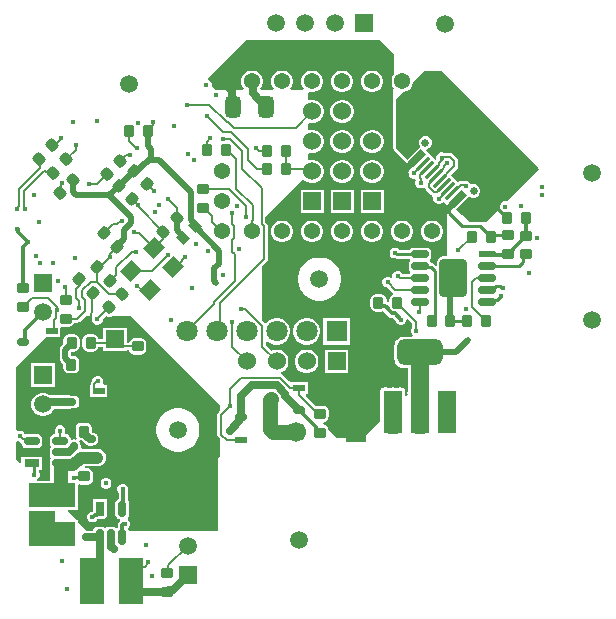
<source format=gbr>
%TF.GenerationSoftware,Altium Limited,Altium Designer,23.4.1 (23)*%
G04 Layer_Physical_Order=4*
G04 Layer_Color=16711680*
%FSLAX26Y26*%
%MOIN*%
%TF.SameCoordinates,1F395C4B-4EE4-4E32-9856-E664E5071CD5*%
%TF.FilePolarity,Positive*%
%TF.FileFunction,Copper,L4,Bot,Signal*%
%TF.Part,CustomerPanel*%
G01*
G75*
%TA.AperFunction,SMDPad,CuDef*%
G04:AMPARAMS|DCode=11|XSize=39.37mil|YSize=35.433mil|CornerRadius=8.858mil|HoleSize=0mil|Usage=FLASHONLY|Rotation=0.000|XOffset=0mil|YOffset=0mil|HoleType=Round|Shape=RoundedRectangle|*
%AMROUNDEDRECTD11*
21,1,0.039370,0.017717,0,0,0.0*
21,1,0.021654,0.035433,0,0,0.0*
1,1,0.017716,0.010827,-0.008858*
1,1,0.017716,-0.010827,-0.008858*
1,1,0.017716,-0.010827,0.008858*
1,1,0.017716,0.010827,0.008858*
%
%ADD11ROUNDEDRECTD11*%
G04:AMPARAMS|DCode=13|XSize=39.37mil|YSize=35.433mil|CornerRadius=8.858mil|HoleSize=0mil|Usage=FLASHONLY|Rotation=315.000|XOffset=0mil|YOffset=0mil|HoleType=Round|Shape=RoundedRectangle|*
%AMROUNDEDRECTD13*
21,1,0.039370,0.017717,0,0,315.0*
21,1,0.021654,0.035433,0,0,315.0*
1,1,0.017716,0.001392,-0.013920*
1,1,0.017716,-0.013920,0.001392*
1,1,0.017716,-0.001392,0.013920*
1,1,0.017716,0.013920,-0.001392*
%
%ADD13ROUNDEDRECTD13*%
G04:AMPARAMS|DCode=14|XSize=39.37mil|YSize=35.433mil|CornerRadius=8.858mil|HoleSize=0mil|Usage=FLASHONLY|Rotation=90.000|XOffset=0mil|YOffset=0mil|HoleType=Round|Shape=RoundedRectangle|*
%AMROUNDEDRECTD14*
21,1,0.039370,0.017717,0,0,90.0*
21,1,0.021654,0.035433,0,0,90.0*
1,1,0.017716,0.008858,0.010827*
1,1,0.017716,0.008858,-0.010827*
1,1,0.017716,-0.008858,-0.010827*
1,1,0.017716,-0.008858,0.010827*
%
%ADD14ROUNDEDRECTD14*%
%ADD15R,0.039370X0.023622*%
G04:AMPARAMS|DCode=16|XSize=23.622mil|YSize=39.37mil|CornerRadius=5.906mil|HoleSize=0mil|Usage=FLASHONLY|Rotation=90.000|XOffset=0mil|YOffset=0mil|HoleType=Round|Shape=RoundedRectangle|*
%AMROUNDEDRECTD16*
21,1,0.023622,0.027559,0,0,90.0*
21,1,0.011811,0.039370,0,0,90.0*
1,1,0.011811,0.013780,0.005906*
1,1,0.011811,0.013780,-0.005906*
1,1,0.011811,-0.013780,-0.005906*
1,1,0.011811,-0.013780,0.005906*
%
%ADD16ROUNDEDRECTD16*%
G04:AMPARAMS|DCode=21|XSize=70.866mil|YSize=51.181mil|CornerRadius=12.795mil|HoleSize=0mil|Usage=FLASHONLY|Rotation=270.000|XOffset=0mil|YOffset=0mil|HoleType=Round|Shape=RoundedRectangle|*
%AMROUNDEDRECTD21*
21,1,0.070866,0.025591,0,0,270.0*
21,1,0.045276,0.051181,0,0,270.0*
1,1,0.025590,-0.012795,-0.022638*
1,1,0.025590,-0.012795,0.022638*
1,1,0.025590,0.012795,0.022638*
1,1,0.025590,0.012795,-0.022638*
%
%ADD21ROUNDEDRECTD21*%
%TA.AperFunction,FiducialPad,Global*%
%ADD26C,0.059055*%
%TA.AperFunction,Conductor*%
%ADD29C,0.008000*%
%ADD30C,0.012000*%
%ADD32C,0.010000*%
%ADD33C,0.050000*%
%ADD34C,0.025000*%
%ADD35C,0.040000*%
%ADD36C,0.020000*%
%TA.AperFunction,ComponentPad*%
%ADD37R,0.059370X0.059370*%
%ADD38C,0.059370*%
%ADD39C,0.054000*%
%ADD40R,0.059370X0.059370*%
%ADD41R,0.070866X0.070866*%
%ADD42C,0.070866*%
%ADD43R,0.059000X0.059000*%
%ADD44C,0.060000*%
%ADD45R,0.066929X0.066929*%
%ADD46C,0.066929*%
%TA.AperFunction,ViaPad*%
%ADD47C,0.059055*%
%TA.AperFunction,ComponentPad*%
%ADD48R,0.059000X0.059000*%
G04:AMPARAMS|DCode=49|XSize=39.37mil|YSize=62.992mil|CornerRadius=0mil|HoleSize=0mil|Usage=FLASHONLY|Rotation=315.000|XOffset=0mil|YOffset=0mil|HoleType=Round|Shape=Round|*
%AMOVALD49*
21,1,0.023622,0.039370,0.000000,0.000000,45.0*
1,1,0.039370,-0.008352,-0.008352*
1,1,0.039370,0.008352,0.008352*
%
%ADD49OVALD49*%

%ADD50C,0.026575*%
G04:AMPARAMS|DCode=51|XSize=39.37mil|YSize=82.677mil|CornerRadius=0mil|HoleSize=0mil|Usage=FLASHONLY|Rotation=315.000|XOffset=0mil|YOffset=0mil|HoleType=Round|Shape=Round|*
%AMOVALD51*
21,1,0.043307,0.039370,0.000000,0.000000,45.0*
1,1,0.039370,-0.015311,-0.015311*
1,1,0.039370,0.015311,0.015311*
%
%ADD51OVALD51*%

%TA.AperFunction,ViaPad*%
%ADD52C,0.017716*%
%ADD53C,0.019685*%
%TA.AperFunction,SMDPad,CuDef*%
G04:AMPARAMS|DCode=55|XSize=151.575mil|YSize=84.646mil|CornerRadius=21.161mil|HoleSize=0mil|Usage=FLASHONLY|Rotation=0.000|XOffset=0mil|YOffset=0mil|HoleType=Round|Shape=RoundedRectangle|*
%AMROUNDEDRECTD55*
21,1,0.151575,0.042323,0,0,0.0*
21,1,0.109252,0.084646,0,0,0.0*
1,1,0.042323,0.054626,-0.021162*
1,1,0.042323,-0.054626,-0.021162*
1,1,0.042323,-0.054626,0.021162*
1,1,0.042323,0.054626,0.021162*
%
%ADD55ROUNDEDRECTD55*%
G04:AMPARAMS|DCode=56|XSize=62.992mil|YSize=84.646mil|CornerRadius=15.748mil|HoleSize=0mil|Usage=FLASHONLY|Rotation=0.000|XOffset=0mil|YOffset=0mil|HoleType=Round|Shape=RoundedRectangle|*
%AMROUNDEDRECTD56*
21,1,0.062992,0.053150,0,0,0.0*
21,1,0.031496,0.084646,0,0,0.0*
1,1,0.031496,0.015748,-0.026575*
1,1,0.031496,-0.015748,-0.026575*
1,1,0.031496,-0.015748,0.026575*
1,1,0.031496,0.015748,0.026575*
%
%ADD56ROUNDEDRECTD56*%
%ADD57R,0.062992X0.084646*%
G04:AMPARAMS|DCode=58|XSize=39.37mil|YSize=35.433mil|CornerRadius=8.858mil|HoleSize=0mil|Usage=FLASHONLY|Rotation=45.000|XOffset=0mil|YOffset=0mil|HoleType=Round|Shape=RoundedRectangle|*
%AMROUNDEDRECTD58*
21,1,0.039370,0.017717,0,0,45.0*
21,1,0.021654,0.035433,0,0,45.0*
1,1,0.017716,0.013920,0.001392*
1,1,0.017716,-0.001392,-0.013920*
1,1,0.017716,-0.013920,-0.001392*
1,1,0.017716,0.001392,0.013920*
%
%ADD58ROUNDEDRECTD58*%
%ADD59R,0.157480X0.078740*%
G04:AMPARAMS|DCode=60|XSize=27.559mil|YSize=51.181mil|CornerRadius=6.89mil|HoleSize=0mil|Usage=FLASHONLY|Rotation=270.000|XOffset=0mil|YOffset=0mil|HoleType=Round|Shape=RoundedRectangle|*
%AMROUNDEDRECTD60*
21,1,0.027559,0.037401,0,0,270.0*
21,1,0.013780,0.051181,0,0,270.0*
1,1,0.013780,-0.018701,-0.006890*
1,1,0.013780,-0.018701,0.006890*
1,1,0.013780,0.018701,0.006890*
1,1,0.013780,0.018701,-0.006890*
%
%ADD60ROUNDEDRECTD60*%
%ADD61R,0.051181X0.027559*%
%ADD62R,0.078740X0.157480*%
G04:AMPARAMS|DCode=63|XSize=27.559mil|YSize=51.181mil|CornerRadius=6.89mil|HoleSize=0mil|Usage=FLASHONLY|Rotation=180.000|XOffset=0mil|YOffset=0mil|HoleType=Round|Shape=RoundedRectangle|*
%AMROUNDEDRECTD63*
21,1,0.027559,0.037401,0,0,180.0*
21,1,0.013780,0.051181,0,0,180.0*
1,1,0.013780,-0.006890,0.018701*
1,1,0.013780,0.006890,0.018701*
1,1,0.013780,0.006890,-0.018701*
1,1,0.013780,-0.006890,-0.018701*
%
%ADD63ROUNDEDRECTD63*%
%ADD64R,0.027559X0.051181*%
G04:AMPARAMS|DCode=65|XSize=35.433mil|YSize=31.496mil|CornerRadius=0mil|HoleSize=0mil|Usage=FLASHONLY|Rotation=135.000|XOffset=0mil|YOffset=0mil|HoleType=Round|Shape=Rectangle|*
%AMROTATEDRECTD65*
4,1,4,0.023663,-0.001392,0.001392,-0.023663,-0.023663,0.001392,-0.001392,0.023663,0.023663,-0.001392,0.0*
%
%ADD65ROTATEDRECTD65*%

%ADD66R,0.057087X0.023622*%
G04:AMPARAMS|DCode=67|XSize=23.622mil|YSize=57.087mil|CornerRadius=5.906mil|HoleSize=0mil|Usage=FLASHONLY|Rotation=90.000|XOffset=0mil|YOffset=0mil|HoleType=Round|Shape=RoundedRectangle|*
%AMROUNDEDRECTD67*
21,1,0.023622,0.045276,0,0,90.0*
21,1,0.011811,0.057087,0,0,90.0*
1,1,0.011811,0.022638,0.005906*
1,1,0.011811,0.022638,-0.005906*
1,1,0.011811,-0.022638,-0.005906*
1,1,0.011811,-0.022638,0.005906*
%
%ADD67ROUNDEDRECTD67*%
G04:AMPARAMS|DCode=68|XSize=90.551mil|YSize=125.984mil|CornerRadius=11.319mil|HoleSize=0mil|Usage=FLASHONLY|Rotation=180.000|XOffset=0mil|YOffset=0mil|HoleType=Round|Shape=RoundedRectangle|*
%AMROUNDEDRECTD68*
21,1,0.090551,0.103347,0,0,180.0*
21,1,0.067913,0.125984,0,0,180.0*
1,1,0.022638,-0.033957,0.051673*
1,1,0.022638,0.033957,0.051673*
1,1,0.022638,0.033957,-0.051673*
1,1,0.022638,-0.033957,-0.051673*
%
%ADD68ROUNDEDRECTD68*%
G04:AMPARAMS|DCode=69|XSize=55.118mil|YSize=47.244mil|CornerRadius=0mil|HoleSize=0mil|Usage=FLASHONLY|Rotation=45.000|XOffset=0mil|YOffset=0mil|HoleType=Round|Shape=Rectangle|*
%AMROTATEDRECTD69*
4,1,4,-0.002784,-0.036191,-0.036191,-0.002784,0.002784,0.036191,0.036191,0.002784,-0.002784,-0.036191,0.0*
%
%ADD69ROTATEDRECTD69*%

G04:AMPARAMS|DCode=70|XSize=11.811mil|YSize=57.087mil|CornerRadius=0mil|HoleSize=0mil|Usage=FLASHONLY|Rotation=315.000|XOffset=0mil|YOffset=0mil|HoleType=Round|Shape=Rectangle|*
%AMROTATEDRECTD70*
4,1,4,-0.024359,-0.016007,0.016007,0.024359,0.024359,0.016007,-0.016007,-0.024359,-0.024359,-0.016007,0.0*
%
%ADD70ROTATEDRECTD70*%

G04:AMPARAMS|DCode=71|XSize=23.622mil|YSize=57.087mil|CornerRadius=0mil|HoleSize=0mil|Usage=FLASHONLY|Rotation=315.000|XOffset=0mil|YOffset=0mil|HoleType=Round|Shape=Rectangle|*
%AMROTATEDRECTD71*
4,1,4,-0.028535,-0.011832,0.011832,0.028535,0.028535,0.011832,-0.011832,-0.028535,-0.028535,-0.011832,0.0*
%
%ADD71ROTATEDRECTD71*%

%TA.AperFunction,Conductor*%
%ADD72R,0.062992X0.141732*%
%ADD73R,0.062992X0.286323*%
%ADD74R,0.051032X0.088000*%
%ADD75R,0.088583X0.063370*%
G36*
X1273192Y1846458D02*
Y1779370D01*
X1270384Y1776562D01*
X1265645Y1768353D01*
X1263192Y1759197D01*
Y1749718D01*
X1265645Y1740562D01*
X1270384Y1732353D01*
X1271280Y1731458D01*
X1269685Y1727607D01*
Y1697502D01*
X1269015Y1694135D01*
Y1537300D01*
X1269714Y1533789D01*
X1270015Y1533338D01*
Y1532363D01*
X1270714Y1528852D01*
X1272703Y1525875D01*
X1287899Y1510678D01*
X1286842Y1509621D01*
X1316273Y1480190D01*
X1316273Y1480190D01*
X1316273Y1480190D01*
X1318628Y1476004D01*
Y1449458D01*
X1320690D01*
Y1444404D01*
X1323409Y1437841D01*
X1328432Y1432817D01*
X1334996Y1430098D01*
X1342100D01*
X1345786Y1427148D01*
X1346052Y1425574D01*
X1343333Y1419010D01*
Y1411906D01*
X1346052Y1405342D01*
X1351076Y1400318D01*
X1357639Y1397600D01*
X1364744D01*
X1370366Y1399928D01*
X1374128Y1398780D01*
X1375882Y1397822D01*
X1375936Y1397553D01*
X1378809Y1393252D01*
X1394776Y1377285D01*
X1399076Y1374412D01*
X1400638Y1374102D01*
X1403780Y1368620D01*
X1403333Y1367542D01*
Y1360438D01*
X1406052Y1353874D01*
X1411076Y1348851D01*
X1417639Y1346132D01*
X1424744D01*
X1431307Y1348851D01*
X1436331Y1353874D01*
X1439898Y1350908D01*
X1448790Y1342017D01*
Y1171376D01*
X1436487D01*
X1428559Y1169799D01*
X1421838Y1165308D01*
X1417347Y1158587D01*
X1415770Y1150659D01*
Y1142599D01*
X1411150Y1140686D01*
X1405406Y1146430D01*
X1400775Y1149525D01*
X1395580Y1150558D01*
X1392607Y1155007D01*
X1391809Y1155541D01*
Y1160541D01*
X1392607Y1161074D01*
X1395902Y1166004D01*
X1397059Y1171820D01*
Y1183631D01*
X1395902Y1189447D01*
X1392607Y1194378D01*
X1387677Y1197672D01*
X1381861Y1198829D01*
X1336585D01*
X1330770Y1197672D01*
X1325839Y1194378D01*
X1324251Y1192000D01*
X1290569D01*
X1290331Y1192574D01*
X1285307Y1197597D01*
X1278744Y1200316D01*
X1271639D01*
X1265076Y1197597D01*
X1260052Y1192574D01*
X1257333Y1186010D01*
Y1178906D01*
X1260052Y1172342D01*
X1265076Y1167318D01*
X1271639Y1164600D01*
X1276457D01*
X1276549Y1164538D01*
X1282012Y1163451D01*
X1324251D01*
X1325839Y1161074D01*
X1326637Y1160541D01*
Y1155541D01*
X1325839Y1155007D01*
X1322545Y1150077D01*
X1321388Y1144261D01*
Y1132450D01*
X1322545Y1126634D01*
X1325839Y1121704D01*
X1326637Y1121171D01*
Y1116170D01*
X1325839Y1115637D01*
X1323569Y1112240D01*
X1301167D01*
X1300109Y1114796D01*
X1295085Y1119820D01*
X1288521Y1122539D01*
X1281417D01*
X1274853Y1119820D01*
X1269830Y1114796D01*
X1267111Y1108233D01*
Y1101865D01*
X1265129Y1100393D01*
X1262491Y1099414D01*
X1261307Y1100597D01*
X1254744Y1103316D01*
X1247639D01*
X1241076Y1100597D01*
X1236052Y1095574D01*
X1233333Y1089010D01*
Y1081906D01*
X1236052Y1075342D01*
X1241076Y1070318D01*
X1247639Y1067600D01*
X1250305D01*
X1267661Y1050243D01*
X1269672Y1048899D01*
X1268616Y1043591D01*
X1267638Y1043397D01*
X1261731Y1039450D01*
X1257784Y1033543D01*
X1256398Y1026575D01*
Y1020907D01*
X1251999Y1018556D01*
X1247539Y1020814D01*
Y1026575D01*
X1246153Y1033543D01*
X1242206Y1039450D01*
X1236299Y1043397D01*
X1229331Y1044783D01*
X1211614D01*
X1204646Y1043397D01*
X1198739Y1039450D01*
X1194792Y1033543D01*
X1193406Y1026575D01*
Y1004921D01*
X1194792Y997953D01*
X1198739Y992046D01*
X1204646Y988099D01*
X1211614Y986713D01*
X1229331D01*
X1236299Y988099D01*
X1237022Y988582D01*
X1239934Y984224D01*
X1253909Y970249D01*
X1258871Y966933D01*
X1264724Y965769D01*
X1267792D01*
X1277572Y955989D01*
X1280136Y949799D01*
X1285160Y944775D01*
X1291723Y942056D01*
X1298828D01*
X1305391Y944775D01*
X1310415Y949799D01*
X1313134Y956362D01*
Y960263D01*
X1318134Y962334D01*
X1333202Y947265D01*
Y933260D01*
X1331317Y931376D01*
X1328599Y924812D01*
Y917708D01*
X1331317Y911144D01*
X1334500Y907961D01*
X1332429Y902961D01*
X1303642D01*
X1295768Y901924D01*
X1288431Y898885D01*
X1282130Y894051D01*
X1277296Y887750D01*
X1274257Y880413D01*
X1273220Y872539D01*
Y830216D01*
X1274257Y822343D01*
X1277296Y815006D01*
X1282130Y808705D01*
X1288431Y803870D01*
X1295768Y800831D01*
X1303642Y799795D01*
X1317595D01*
Y722038D01*
X1316787Y720088D01*
Y712983D01*
X1317346Y711636D01*
X1313008Y707298D01*
X1308389Y709212D01*
Y711033D01*
X1309197Y712983D01*
Y720088D01*
X1308389Y722038D01*
Y724409D01*
X1307690Y727921D01*
X1305701Y730898D01*
X1302724Y732887D01*
X1299213Y733586D01*
X1296841D01*
X1294891Y734394D01*
X1287786D01*
X1285836Y733586D01*
X1273219D01*
X1271269Y734394D01*
X1264164D01*
X1262214Y733586D01*
X1249597D01*
X1247647Y734394D01*
X1240542D01*
X1238592Y733586D01*
X1236220D01*
X1232709Y732887D01*
X1229732Y730898D01*
X1227743Y727921D01*
X1227044Y724409D01*
Y722038D01*
X1226236Y720088D01*
Y712983D01*
X1227044Y711033D01*
Y698416D01*
X1226236Y696466D01*
Y689361D01*
X1227044Y687411D01*
Y649188D01*
X1226736Y647638D01*
Y621026D01*
X1173199Y567489D01*
X1082648D01*
X1053106Y597032D01*
X1052649Y599330D01*
X1048702Y605237D01*
X1042795Y609184D01*
X1040496Y609641D01*
X1035316Y614821D01*
X1037455Y619754D01*
X1042795Y620816D01*
X1048702Y624763D01*
X1052649Y630670D01*
X1054035Y637638D01*
Y655354D01*
X1052649Y662322D01*
X1048702Y668229D01*
X1042795Y672176D01*
X1035827Y673562D01*
X1014173D01*
X1012513Y673232D01*
X978332Y707413D01*
X980245Y712033D01*
X985349D01*
Y753655D01*
X927979D01*
X927979Y753655D01*
Y753655D01*
X923309Y754877D01*
X901356Y776830D01*
X897056Y779704D01*
X896086Y779897D01*
X895918Y785028D01*
X896245Y785116D01*
X905138Y790250D01*
X912399Y797511D01*
X917534Y806404D01*
X920192Y816323D01*
Y826592D01*
X917534Y836511D01*
X912399Y845404D01*
X905138Y852666D01*
X896245Y857800D01*
X886326Y860458D01*
X876057D01*
X866138Y857800D01*
X864525Y856869D01*
X846013Y875381D01*
Y887266D01*
X850633Y889179D01*
X853909Y885903D01*
X864041Y880053D01*
X875342Y877025D01*
X887041D01*
X898342Y880053D01*
X908474Y885903D01*
X916747Y894175D01*
X922596Y904307D01*
X925625Y915608D01*
Y927308D01*
X922596Y938608D01*
X916747Y948740D01*
X908474Y957013D01*
X898342Y962863D01*
X887041Y965891D01*
X875342D01*
X864041Y962863D01*
X853909Y957013D01*
X846746Y949851D01*
X844637Y948894D01*
X840333Y949556D01*
X831192Y958698D01*
Y1137250D01*
X848564Y1154622D01*
X851438Y1158922D01*
X852447Y1163995D01*
Y1271027D01*
X851438Y1276099D01*
X848564Y1280399D01*
X843946Y1285017D01*
Y1301212D01*
X916137Y1373403D01*
X970615Y1427881D01*
X975245Y1423251D01*
X984138Y1418116D01*
X994057Y1415458D01*
X1004326D01*
X1014245Y1418116D01*
X1023138Y1423251D01*
X1030399Y1430512D01*
X1035534Y1439405D01*
X1038192Y1449324D01*
Y1459593D01*
X1035534Y1469512D01*
X1030399Y1478405D01*
X1023138Y1485666D01*
X1014245Y1490800D01*
X1004326Y1493458D01*
X994057D01*
X988219Y1491894D01*
X984252Y1494938D01*
Y1513979D01*
X988219Y1517023D01*
X994057Y1515458D01*
X1004326D01*
X1014245Y1518116D01*
X1023138Y1523251D01*
X1030399Y1530512D01*
X1035534Y1539405D01*
X1038192Y1549324D01*
Y1559593D01*
X1035534Y1569512D01*
X1030399Y1578405D01*
X1023138Y1585666D01*
X1014245Y1590800D01*
X1004326Y1593458D01*
X994057D01*
X988219Y1591894D01*
X984252Y1594938D01*
Y1613979D01*
X988219Y1617023D01*
X994057Y1615458D01*
X1004326D01*
X1014245Y1618116D01*
X1023138Y1623251D01*
X1030399Y1630512D01*
X1035534Y1639405D01*
X1038192Y1649324D01*
Y1659593D01*
X1035534Y1669512D01*
X1030399Y1678405D01*
X1023138Y1685666D01*
X1014245Y1690800D01*
X1004326Y1693458D01*
X994057D01*
X988219Y1691894D01*
X984252Y1694938D01*
Y1716015D01*
X989252Y1719852D01*
X994452Y1718458D01*
X1003931D01*
X1013087Y1720912D01*
X1021296Y1725651D01*
X1027999Y1732354D01*
X1032738Y1740563D01*
X1035192Y1749719D01*
Y1759198D01*
X1032738Y1768354D01*
X1027999Y1776563D01*
X1021296Y1783265D01*
X1013087Y1788005D01*
X1003931Y1790458D01*
X994452D01*
X985296Y1788005D01*
X977087Y1783265D01*
X970385Y1776563D01*
X965645Y1768354D01*
X963192Y1759198D01*
Y1749719D01*
X965645Y1740563D01*
X970385Y1732354D01*
X971661Y1731077D01*
X969748Y1726458D01*
X928636D01*
X926722Y1731077D01*
X927999Y1732354D01*
X932738Y1740563D01*
X935192Y1749719D01*
Y1759198D01*
X932738Y1768354D01*
X927999Y1776563D01*
X921296Y1783265D01*
X913087Y1788005D01*
X903931Y1790458D01*
X894452D01*
X885296Y1788005D01*
X877087Y1783265D01*
X870385Y1776563D01*
X865645Y1768354D01*
X863192Y1759198D01*
Y1749719D01*
X865645Y1740563D01*
X870385Y1732354D01*
X871661Y1731077D01*
X869747Y1726458D01*
X829174D01*
X827103Y1731458D01*
X827999Y1732353D01*
X832738Y1740562D01*
X835192Y1749718D01*
Y1759197D01*
X832738Y1768353D01*
X827999Y1776562D01*
X821296Y1783265D01*
X813087Y1788005D01*
X803931Y1790458D01*
X794452D01*
X785296Y1788005D01*
X777087Y1783265D01*
X770385Y1776562D01*
X765645Y1768353D01*
X763192Y1759197D01*
Y1749718D01*
X765645Y1740562D01*
X770385Y1732353D01*
X771661Y1731077D01*
X769747Y1726458D01*
X682519D01*
X681552Y1726858D01*
X676791D01*
X664050Y1739600D01*
Y1746010D01*
X661331Y1752574D01*
X656308Y1757597D01*
X653796Y1758638D01*
X652622Y1764536D01*
X777868Y1889781D01*
X779608Y1892386D01*
X779822Y1893458D01*
X1226192D01*
X1273192Y1846458D01*
D02*
G37*
G36*
X1755877Y1463159D02*
X1647738Y1355020D01*
X1647366Y1355175D01*
X1640262D01*
X1633698Y1352456D01*
X1628674Y1347432D01*
X1625956Y1340869D01*
Y1333764D01*
X1626110Y1333392D01*
X1578711Y1285993D01*
X1525562D01*
X1496034Y1315521D01*
X1498048Y1317444D01*
X1484469Y1331023D01*
X1524578Y1371132D01*
X1525242Y1370468D01*
X1533433Y1367075D01*
X1542300D01*
X1550491Y1370468D01*
X1556761Y1376738D01*
X1560154Y1384929D01*
Y1393796D01*
X1556761Y1401987D01*
X1550491Y1408257D01*
X1542300Y1411650D01*
X1533433D01*
X1531822Y1410983D01*
X1527203Y1412896D01*
X1526195Y1415329D01*
X1521172Y1420353D01*
X1514608Y1423072D01*
X1507504D01*
X1507168Y1422933D01*
X1507052Y1423010D01*
X1501980Y1424019D01*
X1495804D01*
X1490732Y1423010D01*
X1486432Y1420137D01*
X1484474Y1418178D01*
X1461460Y1441192D01*
X1475162Y1454893D01*
X1478035Y1459193D01*
X1481564Y1462722D01*
X1484437Y1467022D01*
X1485446Y1472094D01*
Y1490202D01*
X1484437Y1495275D01*
X1481564Y1499575D01*
X1468760Y1512379D01*
X1464460Y1515252D01*
X1459387Y1516261D01*
X1439239D01*
X1435076Y1517986D01*
X1427972D01*
X1421408Y1515267D01*
X1416385Y1510243D01*
X1413666Y1503680D01*
Y1496575D01*
X1414032Y1495691D01*
X1409960Y1492969D01*
X1409707Y1492945D01*
X1391639Y1511013D01*
X1379292Y1523360D01*
X1381206Y1527979D01*
X1381396D01*
X1389587Y1531372D01*
X1395857Y1537642D01*
X1399250Y1545833D01*
Y1554700D01*
X1395857Y1562891D01*
X1389587Y1569161D01*
X1381396Y1572554D01*
X1372529D01*
X1364338Y1569161D01*
X1358068Y1562891D01*
X1354675Y1554700D01*
Y1545833D01*
X1358068Y1537642D01*
X1358736Y1536974D01*
X1318627Y1496865D01*
X1303148Y1512344D01*
X1301134Y1510421D01*
X1279192Y1532363D01*
Y1536300D01*
X1278192Y1537300D01*
Y1694135D01*
X1302515Y1718458D01*
X1303931D01*
X1313087Y1720911D01*
X1321296Y1725651D01*
X1327999Y1732353D01*
X1332738Y1740562D01*
X1335192Y1749718D01*
Y1751135D01*
X1372018Y1787962D01*
X1431073D01*
X1755877Y1463159D01*
D02*
G37*
G36*
X692885Y675115D02*
Y658518D01*
X687819Y653452D01*
X684946Y649152D01*
X683937Y644080D01*
Y577458D01*
X684946Y572385D01*
X687819Y568085D01*
X692885Y563020D01*
Y507504D01*
X687515Y502135D01*
X685775Y499530D01*
X685164Y496458D01*
Y257458D01*
X388419D01*
X387970Y259713D01*
X385524Y263375D01*
X385611Y263663D01*
X390635Y268686D01*
X393353Y275250D01*
Y282354D01*
X390635Y288918D01*
X385611Y293942D01*
X384944Y294218D01*
X384631Y297391D01*
X384818Y299682D01*
X387970Y304400D01*
X389204Y310600D01*
Y348001D01*
X387970Y354201D01*
X385179Y358378D01*
Y390266D01*
X385940Y392102D01*
Y399206D01*
X383221Y405770D01*
X378197Y410794D01*
X371634Y413512D01*
X364529D01*
X357966Y410794D01*
X352942Y405770D01*
X350223Y399206D01*
Y392102D01*
X352942Y385538D01*
X354591Y383889D01*
Y363281D01*
X353023Y362969D01*
X347767Y359457D01*
X344255Y354201D01*
X343022Y348001D01*
Y310600D01*
X344255Y304400D01*
X347767Y299144D01*
X353023Y295632D01*
X358207Y294601D01*
X359324Y291840D01*
X359421Y289399D01*
X359149Y289217D01*
X355298Y285366D01*
X351983Y280405D01*
X350819Y274552D01*
Y268011D01*
X349493Y266938D01*
X346513Y265332D01*
X341801Y268481D01*
X335601Y269714D01*
X321822D01*
X315622Y268481D01*
X310366Y264969D01*
X305989Y267419D01*
X304399Y268481D01*
X298199Y269714D01*
X284420D01*
X278220Y268481D01*
X272964Y264969D01*
X269452Y259713D01*
X269004Y257458D01*
X249191D01*
X219932Y286718D01*
Y292828D01*
X213821D01*
X185181Y321468D01*
X187095Y326088D01*
X219932D01*
Y407937D01*
X224932Y411371D01*
X229302Y410502D01*
X250955D01*
X257923Y411888D01*
X263830Y415835D01*
X267777Y421742D01*
X269163Y428710D01*
Y446426D01*
X267777Y453394D01*
X263830Y459302D01*
X257923Y463249D01*
X250955Y464635D01*
X244516D01*
X242014Y469635D01*
X243268Y471310D01*
X283294D01*
X290865Y472307D01*
X297919Y475229D01*
X303977Y479877D01*
X308625Y485935D01*
X311548Y492990D01*
X312544Y500560D01*
X311548Y508131D01*
X308625Y515185D01*
X303977Y521243D01*
X297919Y525892D01*
X290865Y528814D01*
X283294Y529811D01*
X231737D01*
X227535Y534315D01*
X227986Y536583D01*
Y539545D01*
X226317Y547934D01*
X221924Y554509D01*
X222607Y556538D01*
X224403Y559114D01*
X229302Y558139D01*
X231302D01*
X242521Y546920D01*
X249633Y542168D01*
X258022Y540500D01*
X265318D01*
X273707Y542168D01*
X280819Y546920D01*
X285571Y554032D01*
X287240Y562421D01*
X285571Y570810D01*
X280819Y577922D01*
X273707Y582673D01*
X267544Y583899D01*
X265227Y586217D01*
Y598001D01*
X263841Y604969D01*
X259894Y610876D01*
X253986Y614823D01*
X247018Y616209D01*
X229302D01*
X222334Y614823D01*
X216427Y610876D01*
X212480Y604969D01*
X211094Y598001D01*
Y576348D01*
X212480Y569380D01*
X215748Y564488D01*
X213427Y560340D01*
X213154Y560056D01*
X206065Y561466D01*
X199322Y560125D01*
X196105Y561697D01*
X195242Y562317D01*
X194146Y563452D01*
X193089Y568768D01*
X189577Y574024D01*
X184321Y577536D01*
X179018Y578591D01*
X177125Y580870D01*
X175751Y583769D01*
X177050Y586906D01*
Y594010D01*
X174331Y600574D01*
X169308Y605597D01*
X162744Y608316D01*
X155639D01*
X149076Y605597D01*
X144052Y600574D01*
X141333Y594010D01*
Y586906D01*
X142633Y583769D01*
X141792Y581573D01*
X139400Y578507D01*
X134519Y577536D01*
X129263Y574024D01*
X125751Y568768D01*
X124518Y562568D01*
Y548789D01*
X125751Y542589D01*
X129263Y537333D01*
Y536622D01*
X125751Y531366D01*
X124518Y525167D01*
Y511387D01*
X125751Y505187D01*
X126814Y503597D01*
X129065Y499576D01*
X126814Y495555D01*
X125751Y493965D01*
X124518Y487765D01*
Y473986D01*
X125751Y467786D01*
X126015Y467391D01*
Y422828D01*
X84937D01*
X83307Y426544D01*
X83109Y427533D01*
X87969Y432393D01*
X90687Y438956D01*
Y446061D01*
X87969Y452625D01*
X87498Y453096D01*
X88055Y458096D01*
X99522D01*
Y503655D01*
X30341D01*
Y482841D01*
X25722Y480928D01*
X13751Y492899D01*
Y552455D01*
X18751Y555796D01*
X21639Y554600D01*
X23179D01*
X25364Y552415D01*
X29664Y549542D01*
X30030Y549469D01*
Y548789D01*
X31263Y542589D01*
X34775Y537333D01*
X40031Y533821D01*
X46231Y532587D01*
X83632D01*
X89832Y533821D01*
X95088Y537333D01*
X98600Y542589D01*
X99834Y548789D01*
Y562568D01*
X98600Y568768D01*
X95088Y574024D01*
X89832Y577536D01*
X83632Y578769D01*
X46231D01*
X42236Y577975D01*
X40331Y582574D01*
X35307Y587597D01*
X28744Y590316D01*
X21639D01*
X18751Y589120D01*
X13751Y592461D01*
Y802751D01*
X112591Y901591D01*
X159929D01*
Y933120D01*
X164929Y937083D01*
X168173Y936438D01*
X189827D01*
X196795Y937824D01*
X202702Y941771D01*
X206649Y947678D01*
X207160Y950249D01*
X217150D01*
X222222Y951258D01*
X226523Y954131D01*
X244391Y972000D01*
X262761D01*
X266101Y967000D01*
X265097Y964574D01*
Y957470D01*
X267816Y950906D01*
X272839Y945883D01*
X279403Y943164D01*
X286507D01*
X293071Y945883D01*
X298095Y950906D01*
X300813Y957470D01*
Y961202D01*
X311611Y972000D01*
X314560D01*
X316641Y970609D01*
X323609Y969223D01*
X330577Y970609D01*
X332658Y972000D01*
X396000D01*
X692885Y675115D01*
D02*
G37*
%LPC*%
G36*
X1203931Y1790458D02*
X1194452D01*
X1185296Y1788005D01*
X1177087Y1783265D01*
X1170385Y1776562D01*
X1165645Y1768353D01*
X1163192Y1759197D01*
Y1749718D01*
X1165645Y1740562D01*
X1170385Y1732353D01*
X1177087Y1725651D01*
X1185296Y1720911D01*
X1194452Y1718458D01*
X1203931D01*
X1213087Y1720911D01*
X1221296Y1725651D01*
X1227999Y1732353D01*
X1232738Y1740562D01*
X1235192Y1749718D01*
Y1759197D01*
X1232738Y1768353D01*
X1227999Y1776562D01*
X1221296Y1783265D01*
X1213087Y1788005D01*
X1203931Y1790458D01*
D02*
G37*
G36*
X1103931Y1790458D02*
X1094452D01*
X1085296Y1788005D01*
X1077087Y1783265D01*
X1070385Y1776562D01*
X1065645Y1768353D01*
X1063192Y1759197D01*
Y1749718D01*
X1065645Y1740562D01*
X1070385Y1732353D01*
X1077087Y1725651D01*
X1085296Y1720911D01*
X1094452Y1718458D01*
X1103931D01*
X1113087Y1720911D01*
X1121296Y1725651D01*
X1127999Y1732353D01*
X1132738Y1740562D01*
X1135192Y1749718D01*
Y1759197D01*
X1132738Y1768353D01*
X1127999Y1776562D01*
X1121296Y1783265D01*
X1113087Y1788005D01*
X1103931Y1790458D01*
D02*
G37*
G36*
X1104326Y1693458D02*
X1094057D01*
X1084138Y1690800D01*
X1075245Y1685666D01*
X1067984Y1678405D01*
X1062850Y1669512D01*
X1060192Y1659593D01*
Y1649324D01*
X1062850Y1639405D01*
X1067984Y1630512D01*
X1075245Y1623251D01*
X1084138Y1618116D01*
X1094057Y1615458D01*
X1104326D01*
X1114245Y1618116D01*
X1123138Y1623251D01*
X1130399Y1630512D01*
X1135534Y1639405D01*
X1138192Y1649324D01*
Y1659593D01*
X1135534Y1669512D01*
X1130399Y1678405D01*
X1123138Y1685666D01*
X1114245Y1690800D01*
X1104326Y1693458D01*
D02*
G37*
G36*
X1204326Y1593458D02*
X1194057D01*
X1184138Y1590801D01*
X1175245Y1585666D01*
X1167984Y1578405D01*
X1162850Y1569512D01*
X1160192Y1559593D01*
Y1549324D01*
X1162850Y1539405D01*
X1167984Y1530512D01*
X1175245Y1523251D01*
X1184138Y1518116D01*
X1194057Y1515458D01*
X1204326D01*
X1214245Y1518116D01*
X1223138Y1523251D01*
X1230399Y1530512D01*
X1235534Y1539405D01*
X1238192Y1549324D01*
Y1559593D01*
X1235534Y1569512D01*
X1230399Y1578405D01*
X1223138Y1585666D01*
X1214245Y1590801D01*
X1204326Y1593458D01*
D02*
G37*
G36*
X1104326Y1593458D02*
X1094057D01*
X1084138Y1590800D01*
X1075245Y1585666D01*
X1067984Y1578405D01*
X1062850Y1569512D01*
X1060192Y1559592D01*
Y1549324D01*
X1062850Y1539405D01*
X1067984Y1530512D01*
X1075245Y1523250D01*
X1084138Y1518116D01*
X1094057Y1515458D01*
X1104326D01*
X1114245Y1518116D01*
X1123138Y1523250D01*
X1130399Y1530512D01*
X1135534Y1539405D01*
X1138192Y1549324D01*
Y1559592D01*
X1135534Y1569512D01*
X1130399Y1578405D01*
X1123138Y1585666D01*
X1114245Y1590800D01*
X1104326Y1593458D01*
D02*
G37*
G36*
X1204326Y1493458D02*
X1194057D01*
X1184138Y1490801D01*
X1175245Y1485666D01*
X1167984Y1478405D01*
X1162850Y1469512D01*
X1160192Y1459593D01*
Y1449324D01*
X1162850Y1439405D01*
X1167984Y1430512D01*
X1175245Y1423251D01*
X1184138Y1418116D01*
X1194057Y1415458D01*
X1204326D01*
X1214245Y1418116D01*
X1223138Y1423251D01*
X1230399Y1430512D01*
X1235534Y1439405D01*
X1238192Y1449324D01*
Y1459593D01*
X1235534Y1469512D01*
X1230399Y1478405D01*
X1223138Y1485666D01*
X1214245Y1490801D01*
X1204326Y1493458D01*
D02*
G37*
G36*
X1104326D02*
X1094057D01*
X1084138Y1490801D01*
X1075245Y1485666D01*
X1067984Y1478405D01*
X1062850Y1469512D01*
X1060192Y1459593D01*
Y1449324D01*
X1062850Y1439405D01*
X1067984Y1430512D01*
X1075245Y1423251D01*
X1084138Y1418116D01*
X1094057Y1415458D01*
X1104326D01*
X1114245Y1418116D01*
X1123138Y1423251D01*
X1130399Y1430512D01*
X1135534Y1439405D01*
X1138192Y1449324D01*
Y1459593D01*
X1135534Y1469512D01*
X1130399Y1478405D01*
X1123138Y1485666D01*
X1114245Y1490801D01*
X1104326Y1493458D01*
D02*
G37*
G36*
X1037692Y1392958D02*
X960692D01*
Y1315958D01*
X1037692D01*
Y1392958D01*
D02*
G37*
G36*
X1237692Y1392958D02*
X1160692D01*
Y1315958D01*
X1237692D01*
Y1392958D01*
D02*
G37*
G36*
X1137692D02*
X1060692D01*
Y1315958D01*
X1137692D01*
Y1392958D01*
D02*
G37*
G36*
X1203931Y1290458D02*
X1194452D01*
X1185296Y1288005D01*
X1177087Y1283265D01*
X1170385Y1276563D01*
X1165645Y1268354D01*
X1163192Y1259198D01*
Y1249719D01*
X1165645Y1240563D01*
X1170385Y1232354D01*
X1177087Y1225651D01*
X1185296Y1220912D01*
X1194452Y1218458D01*
X1203931D01*
X1213087Y1220912D01*
X1221296Y1225651D01*
X1227999Y1232354D01*
X1232738Y1240563D01*
X1235192Y1249719D01*
Y1259198D01*
X1232738Y1268354D01*
X1227999Y1276563D01*
X1221296Y1283265D01*
X1213087Y1288005D01*
X1203931Y1290458D01*
D02*
G37*
G36*
X1403931Y1290458D02*
X1394452D01*
X1385296Y1288005D01*
X1377087Y1283265D01*
X1370385Y1276563D01*
X1365645Y1268354D01*
X1363192Y1259198D01*
Y1249719D01*
X1365645Y1240563D01*
X1370385Y1232354D01*
X1377087Y1225651D01*
X1385296Y1220911D01*
X1394452Y1218458D01*
X1403931D01*
X1413087Y1220911D01*
X1421296Y1225651D01*
X1427999Y1232354D01*
X1432738Y1240563D01*
X1435192Y1249719D01*
Y1259198D01*
X1432738Y1268354D01*
X1427999Y1276563D01*
X1421296Y1283265D01*
X1413087Y1288005D01*
X1403931Y1290458D01*
D02*
G37*
G36*
X903931D02*
X894452D01*
X885296Y1288005D01*
X877087Y1283265D01*
X870385Y1276563D01*
X865645Y1268354D01*
X863192Y1259198D01*
Y1249719D01*
X865645Y1240563D01*
X870385Y1232354D01*
X877087Y1225651D01*
X885296Y1220911D01*
X894452Y1218458D01*
X903931D01*
X913087Y1220911D01*
X921296Y1225651D01*
X927999Y1232354D01*
X932738Y1240563D01*
X935192Y1249719D01*
Y1259198D01*
X932738Y1268354D01*
X927999Y1276563D01*
X921296Y1283265D01*
X913087Y1288005D01*
X903931Y1290458D01*
D02*
G37*
G36*
X1103931Y1290458D02*
X1094452D01*
X1085296Y1288005D01*
X1077087Y1283265D01*
X1070385Y1276562D01*
X1065645Y1268353D01*
X1063192Y1259197D01*
Y1249718D01*
X1065645Y1240562D01*
X1070385Y1232353D01*
X1077087Y1225651D01*
X1085296Y1220911D01*
X1094452Y1218458D01*
X1103931D01*
X1113087Y1220911D01*
X1121296Y1225651D01*
X1127999Y1232353D01*
X1132738Y1240562D01*
X1135192Y1249718D01*
Y1259197D01*
X1132738Y1268353D01*
X1127999Y1276562D01*
X1121296Y1283265D01*
X1113087Y1288005D01*
X1103931Y1290458D01*
D02*
G37*
G36*
X1003931D02*
X994452D01*
X985296Y1288005D01*
X977087Y1283265D01*
X970385Y1276562D01*
X965645Y1268353D01*
X963192Y1259197D01*
Y1249718D01*
X965645Y1240562D01*
X970385Y1232353D01*
X977087Y1225651D01*
X985296Y1220911D01*
X994452Y1218458D01*
X1003931D01*
X1013087Y1220911D01*
X1021296Y1225651D01*
X1027999Y1232353D01*
X1032738Y1240562D01*
X1035192Y1249718D01*
Y1259197D01*
X1032738Y1268353D01*
X1027999Y1276562D01*
X1021296Y1283265D01*
X1013087Y1288005D01*
X1003931Y1290458D01*
D02*
G37*
G36*
X1303931Y1290458D02*
X1294452D01*
X1285296Y1288005D01*
X1277087Y1283265D01*
X1270384Y1276562D01*
X1265645Y1268353D01*
X1263192Y1259197D01*
Y1249718D01*
X1265645Y1240562D01*
X1270384Y1232353D01*
X1277087Y1225651D01*
X1285296Y1220911D01*
X1294452Y1218458D01*
X1303931D01*
X1313087Y1220911D01*
X1321296Y1225651D01*
X1327999Y1232353D01*
X1332738Y1240562D01*
X1335192Y1249718D01*
Y1259197D01*
X1332738Y1268353D01*
X1327999Y1276562D01*
X1321296Y1283265D01*
X1313087Y1288005D01*
X1303931Y1290458D01*
D02*
G37*
G36*
X1030713Y1167196D02*
X1016531D01*
X1002623Y1164429D01*
X989521Y1159003D01*
X977730Y1151124D01*
X967702Y1141096D01*
X959823Y1129305D01*
X954397Y1116203D01*
X951630Y1102295D01*
Y1088113D01*
X954397Y1074205D01*
X959823Y1061103D01*
X967702Y1049312D01*
X977730Y1039284D01*
X989521Y1031406D01*
X1002623Y1025979D01*
X1016531Y1023212D01*
X1030713D01*
X1044621Y1025979D01*
X1057723Y1031406D01*
X1069514Y1039284D01*
X1079542Y1049312D01*
X1087420Y1061103D01*
X1092847Y1074205D01*
X1095614Y1088113D01*
Y1102295D01*
X1092847Y1116203D01*
X1087420Y1129305D01*
X1079542Y1141096D01*
X1069514Y1151124D01*
X1057723Y1159003D01*
X1044621Y1164429D01*
X1030713Y1167196D01*
D02*
G37*
G36*
X1125625Y965891D02*
X1036759D01*
Y877025D01*
X1125625D01*
Y965891D01*
D02*
G37*
G36*
X987041D02*
X975342D01*
X964041Y962863D01*
X953909Y957013D01*
X945636Y948740D01*
X939787Y938608D01*
X936759Y927308D01*
Y915608D01*
X939787Y904307D01*
X945636Y894175D01*
X953909Y885903D01*
X964041Y880053D01*
X975342Y877025D01*
X987041D01*
X998342Y880053D01*
X1008474Y885903D01*
X1016747Y894175D01*
X1022597Y904307D01*
X1025625Y915608D01*
Y927308D01*
X1022597Y938608D01*
X1016747Y948740D01*
X1008474Y957013D01*
X998342Y962863D01*
X987041Y965891D01*
D02*
G37*
G36*
X1119692Y859958D02*
X1042692D01*
Y782958D01*
X1119692D01*
Y859958D01*
D02*
G37*
G36*
X986326Y860458D02*
X976057D01*
X966138Y857800D01*
X957245Y852666D01*
X949984Y845404D01*
X944849Y836511D01*
X942192Y826592D01*
Y816323D01*
X944849Y806404D01*
X949984Y797511D01*
X957245Y790250D01*
X966138Y785116D01*
X976057Y782458D01*
X986326D01*
X996245Y785116D01*
X1005138Y790250D01*
X1012399Y797511D01*
X1017534Y806404D01*
X1020192Y816323D01*
Y826592D01*
X1017534Y836511D01*
X1012399Y845404D01*
X1005138Y852666D01*
X996245Y857800D01*
X986326Y860458D01*
D02*
G37*
G36*
X381176Y932946D02*
X303806D01*
Y896049D01*
X287264D01*
X286361Y900589D01*
X282414Y906497D01*
X276507Y910444D01*
X269539Y911830D01*
X251822D01*
X244854Y910444D01*
X238947Y906497D01*
X235000Y900589D01*
X233614Y893621D01*
Y871968D01*
X235000Y865000D01*
X238947Y859093D01*
X244854Y855146D01*
X251822Y853760D01*
X269539D01*
X276507Y855146D01*
X282414Y859093D01*
X286361Y865000D01*
X287264Y869540D01*
X303806D01*
Y855576D01*
X381176D01*
Y857671D01*
X389666D01*
X390178Y855099D01*
X394125Y849192D01*
X400032Y845245D01*
X407000Y843859D01*
X428654D01*
X435622Y845245D01*
X441529Y849192D01*
X445476Y855099D01*
X446862Y862067D01*
Y879784D01*
X445476Y886752D01*
X441529Y892659D01*
X435622Y896606D01*
X428654Y897992D01*
X407000D01*
X400032Y896606D01*
X394125Y892659D01*
X390178Y886752D01*
X389666Y884180D01*
X381176D01*
Y932946D01*
D02*
G37*
G36*
X206547Y911830D02*
X188830D01*
X181862Y910444D01*
X175955Y906497D01*
X172008Y900589D01*
X170622Y893621D01*
Y880018D01*
X163231Y872627D01*
X159032Y866343D01*
X157557Y858929D01*
Y831944D01*
X159032Y824530D01*
X163231Y818245D01*
X169438Y812039D01*
Y799173D01*
X170824Y792205D01*
X174771Y786298D01*
X180678Y782351D01*
X187646Y780965D01*
X205362D01*
X212330Y782351D01*
X218237Y786298D01*
X222184Y792205D01*
X223570Y799173D01*
Y820827D01*
X222184Y827795D01*
X218237Y833702D01*
X212330Y837649D01*
X205362Y839035D01*
X197234D01*
X196301Y839968D01*
Y850905D01*
X199156Y853760D01*
X206547D01*
X213515Y855146D01*
X219422Y859093D01*
X223369Y865000D01*
X224755Y871968D01*
Y893621D01*
X223369Y900589D01*
X219422Y906497D01*
X213515Y910444D01*
X206547Y911830D01*
D02*
G37*
G36*
X141018Y814836D02*
X63648D01*
Y737466D01*
X141018D01*
Y814836D01*
D02*
G37*
G36*
X287946Y773493D02*
X280841D01*
X274278Y770774D01*
X269254Y765751D01*
X266536Y759187D01*
Y757455D01*
X264543Y755463D01*
X261670Y751163D01*
X260661Y746090D01*
Y743812D01*
X258688D01*
Y702190D01*
X316058D01*
Y743812D01*
X304238D01*
X300897Y748812D01*
X302252Y752083D01*
Y759187D01*
X299533Y765751D01*
X294510Y770774D01*
X287946Y773493D01*
D02*
G37*
G36*
X107426Y716411D02*
X97240D01*
X87401Y713774D01*
X78580Y708681D01*
X71378Y701479D01*
X66285Y692657D01*
X63648Y682819D01*
Y672633D01*
X66285Y662794D01*
X71378Y653972D01*
X78580Y646770D01*
X87401Y641677D01*
X97240Y639041D01*
X107426D01*
X117265Y641677D01*
X126086Y646770D01*
X133289Y653972D01*
X138382Y662794D01*
X138619Y663678D01*
X192885D01*
X196998Y664497D01*
X206664D01*
X212480Y665653D01*
X217410Y668948D01*
X220705Y673878D01*
X221862Y679694D01*
Y691505D01*
X220705Y697321D01*
X217410Y702251D01*
X212480Y705546D01*
X206664Y706703D01*
X196998D01*
X192885Y707521D01*
X127247D01*
X126086Y708681D01*
X117265Y713774D01*
X107426Y716411D01*
D02*
G37*
G36*
X558902Y664388D02*
X544721D01*
X530812Y661621D01*
X517710Y656194D01*
X505919Y648315D01*
X495891Y638288D01*
X488013Y626496D01*
X482586Y613395D01*
X479819Y599486D01*
Y585305D01*
X482586Y571396D01*
X488013Y558294D01*
X495891Y546503D01*
X505919Y536476D01*
X517710Y528597D01*
X530812Y523170D01*
X544721Y520403D01*
X558902D01*
X572811Y523170D01*
X585912Y528597D01*
X597704Y536476D01*
X607731Y546503D01*
X615610Y558294D01*
X621037Y571396D01*
X623803Y585305D01*
Y599486D01*
X621037Y613395D01*
X615610Y626496D01*
X607731Y638288D01*
X597704Y648315D01*
X585912Y656194D01*
X572811Y661621D01*
X558902Y664388D01*
D02*
G37*
G36*
X315744Y432316D02*
X308639D01*
X302076Y429597D01*
X297052Y424574D01*
X294333Y418010D01*
Y410906D01*
X297052Y404342D01*
X302076Y399318D01*
X308639Y396600D01*
X315744D01*
X322308Y399318D01*
X327331Y404342D01*
X330050Y410906D01*
Y418010D01*
X327331Y424574D01*
X322308Y429597D01*
X315744Y432316D01*
D02*
G37*
G36*
X314089Y363891D02*
X268530D01*
Y322765D01*
X265176Y320524D01*
X264869Y320217D01*
X263458D01*
X256895Y317498D01*
X251871Y312475D01*
X249152Y305911D01*
Y298807D01*
X251871Y292243D01*
X256895Y287219D01*
X263458Y284501D01*
X270563D01*
X277126Y287219D01*
X282150Y292243D01*
X283050Y294416D01*
X283530D01*
X285008Y294710D01*
X314089D01*
Y363891D01*
D02*
G37*
%LPD*%
D11*
X37000Y1066496D02*
D03*
Y1003504D02*
D03*
X1025000Y583504D02*
D03*
Y646496D02*
D03*
X179000Y1026496D02*
D03*
Y963504D02*
D03*
X417827Y807933D02*
D03*
Y870926D02*
D03*
X240129Y437568D02*
D03*
Y500560D02*
D03*
X515719Y116702D02*
D03*
Y53710D02*
D03*
X1712570Y1177726D02*
D03*
Y1240718D02*
D03*
X1651546Y1179694D02*
D03*
Y1242686D02*
D03*
X636192Y1333962D02*
D03*
Y1396954D02*
D03*
D13*
X322217Y1001351D02*
D03*
X366759Y1045893D02*
D03*
X314921Y1446187D02*
D03*
X359463Y1490729D02*
D03*
X135921Y1450187D02*
D03*
X180463Y1494729D02*
D03*
X203345Y1426375D02*
D03*
X158803Y1381833D02*
D03*
X133463Y1541729D02*
D03*
X88921Y1497187D02*
D03*
X547833Y1298422D02*
D03*
X503291Y1253880D02*
D03*
D14*
X1283465Y1015748D02*
D03*
X1220472D02*
D03*
X260680Y882795D02*
D03*
X197688D02*
D03*
X259496Y810000D02*
D03*
X196504D02*
D03*
X238160Y587174D02*
D03*
X301152D02*
D03*
X1649577Y1299773D02*
D03*
X1712570D02*
D03*
X1515719Y957253D02*
D03*
X1578711D02*
D03*
X1531467Y1236781D02*
D03*
X1594459D02*
D03*
X1460601Y957253D02*
D03*
X1397609D02*
D03*
X711688Y1526458D02*
D03*
X648696D02*
D03*
X388695Y1588458D02*
D03*
X451688D02*
D03*
X911389Y1463159D02*
D03*
X848396D02*
D03*
X848396Y1522214D02*
D03*
X911388D02*
D03*
D15*
X287373Y723001D02*
D03*
X956664Y732844D02*
D03*
X763751Y559615D02*
D03*
X131244Y922402D02*
D03*
D16*
X192885Y685600D02*
D03*
X287373Y648198D02*
D03*
X956664Y658041D02*
D03*
X862176Y695442D02*
D03*
X763751Y634418D02*
D03*
X858239Y597017D02*
D03*
X131244Y847598D02*
D03*
X36756Y885000D02*
D03*
D21*
X736192Y1669852D02*
D03*
X846428D02*
D03*
D26*
X956026Y227159D02*
D03*
X1931247Y960332D02*
D03*
X390444Y1746072D02*
D03*
D29*
X567000Y1155119D02*
Y1160041D01*
X537217Y1135584D02*
X547465D01*
X567000Y1155119D01*
Y1160041D02*
X576414Y1169455D01*
Y1169586D01*
X163291Y1414750D02*
X165150Y1416609D01*
X158803Y1381833D02*
Y1399773D01*
X163291Y1404262D01*
Y1414750D01*
X689776Y1189848D02*
Y1192714D01*
Y1189848D02*
Y1189848D01*
X281267Y1134076D02*
X282921Y1135729D01*
X1283465Y1015748D02*
X1346457Y952756D01*
Y921260D02*
Y952756D01*
X822786Y1522214D02*
X848396D01*
X811000Y1534000D02*
X822786Y1522214D01*
X581000Y1677000D02*
X657130D01*
X715865Y1618264D01*
X786192Y1492458D02*
Y1528499D01*
X715865Y1618264D02*
X720468D01*
X738733Y1600000D01*
X702650Y1585858D02*
X728833D01*
X786192Y1528499D01*
X648184Y1640324D02*
X702650Y1585858D01*
X702585Y1564000D02*
X726649D01*
X738733Y1600000D02*
X944733D01*
X999192Y1654458D01*
X229964Y902676D02*
X261097Y933808D01*
Y980059D01*
X266942Y985905D01*
Y1049171D01*
X282955Y962089D02*
X322217Y1001351D01*
X282955Y961022D02*
Y962089D01*
X416080Y1073999D02*
Y1073999D01*
Y1073999D02*
X431981Y1058098D01*
X430298Y1056415D02*
X431981Y1058098D01*
X37000Y1003504D02*
X65496Y1032000D01*
X119000D01*
X147765Y1003235D01*
Y993044D02*
X149419Y991390D01*
X147765Y993044D02*
Y1003235D01*
X149419Y988761D02*
Y991390D01*
X145018Y984360D02*
X149419Y988761D01*
X145018Y967131D02*
Y984360D01*
X138244Y960357D02*
X145018Y967131D01*
X138244Y922402D02*
Y960357D01*
X232556Y1036444D02*
X243594Y1025406D01*
X179000Y963504D02*
X217150D01*
X243594Y989948D01*
X266942Y1049171D02*
X268334Y1050563D01*
X232556Y1036444D02*
Y1058226D01*
X243594Y989948D02*
Y1025406D01*
X221735Y999002D02*
Y1023223D01*
X213000Y1031958D02*
X221735Y1023223D01*
X213000Y1031958D02*
Y1062711D01*
X229645Y1079355D01*
X260672Y1086341D02*
X278780D01*
X232556Y1058226D02*
X260672Y1086341D01*
X278780D02*
X280042Y1085079D01*
X282921D01*
X475809Y788809D02*
X484727D01*
X419073Y807933D02*
X453141Y773866D01*
Y769859D02*
X455000Y768000D01*
X475809Y788809D01*
X453141Y769859D02*
Y773866D01*
X417827Y807933D02*
X419073D01*
X260680Y882795D02*
X331024D01*
X342491Y894261D01*
X229964Y863441D02*
Y902676D01*
Y863441D02*
X230000Y863405D01*
X179000Y1026496D02*
Y1060661D01*
X174645Y1065016D02*
X179000Y1060661D01*
X174645Y1065016D02*
Y1067645D01*
X365826Y870926D02*
X417827D01*
X342491Y894261D02*
X365826Y870926D01*
X666522Y1287128D02*
X699192Y1254458D01*
X636192Y1333962D02*
X638160D01*
X666522Y1305600D01*
Y1287128D02*
Y1305600D01*
X281267Y1112796D02*
Y1134076D01*
Y1112796D02*
X282921Y1111142D01*
Y1085079D02*
Y1111142D01*
Y1085079D02*
X322107Y1045893D01*
X366759D01*
Y1032847D02*
Y1045893D01*
X763000Y997000D02*
X764177Y995823D01*
X775321D01*
X832758Y938386D01*
X327463Y1091187D02*
X346605Y1110329D01*
Y1134872D01*
X397943Y1186209D01*
X410943D01*
X411192Y1186458D01*
X956664Y710336D02*
X1020504Y646496D01*
X956664Y710336D02*
Y732844D01*
X1020504Y646496D02*
X1025000D01*
X1485806Y1191120D02*
X1531467Y1236781D01*
X1485530Y1191120D02*
X1485806D01*
X1284969Y1104680D02*
X1290664Y1098986D01*
X1284969Y1104680D02*
X1284969D01*
X39090Y1337696D02*
X43448Y1333338D01*
X16732D02*
X21090Y1337696D01*
X43448Y1330709D02*
Y1333338D01*
X21090Y1337696D02*
Y1395084D01*
X16732Y1330709D02*
Y1333338D01*
X417827Y870926D02*
X421890D01*
X732000Y870649D02*
Y951000D01*
X832758Y869891D02*
Y938386D01*
Y869891D02*
X881192Y821458D01*
X732000Y870649D02*
X781192Y821458D01*
X741192Y1090036D02*
Y1177546D01*
X581192Y921458D02*
X671459Y1011725D01*
X691732Y931998D02*
Y1016535D01*
X839192Y1163995D02*
Y1271027D01*
X691732Y1016535D02*
X839192Y1163995D01*
X671459Y1011725D02*
Y1020304D01*
X741192Y1090036D01*
X779102Y1303588D02*
Y1340001D01*
X746292Y1396853D02*
X801591Y1341554D01*
X779102Y1303588D02*
X779732Y1302958D01*
X799192Y1291505D02*
X801591Y1293904D01*
Y1341554D01*
X799192Y1254458D02*
Y1291505D01*
X722149Y1396954D02*
X779102Y1340001D01*
X731192Y1279026D02*
Y1316458D01*
Y1279026D02*
X739192Y1271026D01*
X746292Y1396853D02*
Y1496358D01*
X636192Y1396954D02*
X722149D01*
X21090Y1395084D02*
X93101Y1467095D01*
X39090Y1387629D02*
X105829Y1454368D01*
X39090Y1337696D02*
Y1387629D01*
X93101Y1467095D02*
Y1473723D01*
X88921Y1497187D02*
X92172Y1493936D01*
X112457Y1454368D02*
X113386Y1453438D01*
X92172Y1474652D02*
X93101Y1473723D01*
X92172Y1474652D02*
Y1493936D01*
X113386Y1453438D02*
X132669D01*
X105829Y1454368D02*
X112457D01*
X1507530Y1405214D02*
X1511056D01*
X1501980Y1410764D02*
X1507530Y1405214D01*
X1467299Y1382259D02*
X1495804Y1410764D01*
X1501980D01*
X1431524Y1493083D02*
Y1500128D01*
X1434403Y1503007D01*
X273916Y730812D02*
Y746090D01*
X283461Y755635D01*
X284394D01*
X281727Y723001D02*
X287373D01*
X273916Y730812D02*
X281727Y723001D01*
X58823Y561787D02*
X64932Y555678D01*
X34736Y561787D02*
X58823D01*
X25192Y571332D02*
X34736Y561787D01*
X25192Y571332D02*
Y572458D01*
X159192Y555907D02*
X159420Y555678D01*
X159192Y555907D02*
Y590458D01*
X724381Y671269D02*
Y728647D01*
X763192Y767458D01*
X891983D01*
X926597Y732844D01*
X956664D01*
X697192Y644080D02*
X724381Y671269D01*
X697192Y577458D02*
Y644080D01*
Y577458D02*
X715034Y559615D01*
X763751D01*
X212192Y1526458D02*
Y1542458D01*
X180463Y1494729D02*
X212192Y1526458D01*
X141833Y1541729D02*
X163192Y1563087D01*
Y1565458D01*
X133463Y1541729D02*
X141833D01*
X739192Y1232144D02*
Y1271026D01*
X732333Y1225286D02*
X739192Y1232144D01*
X732333Y1186404D02*
X741192Y1177546D01*
X732333Y1186404D02*
Y1225286D01*
X830692Y1279527D02*
Y1397958D01*
Y1279527D02*
X839192Y1271027D01*
X681192Y921458D02*
X691732Y931998D01*
X648696Y1553962D02*
X660192Y1565458D01*
X648696Y1526458D02*
Y1553962D01*
X1532192Y1003773D02*
Y1085458D01*
Y1003773D02*
X1578711Y957253D01*
X767192Y1461458D02*
X830692Y1397958D01*
X767192Y1461458D02*
Y1523458D01*
X726649Y1564000D02*
X767192Y1523458D01*
X786192Y1492458D02*
X815491Y1463159D01*
X848396D01*
X451978Y148244D02*
Y152244D01*
X440875Y137142D02*
X451978Y148244D01*
Y152244D02*
X453837Y154104D01*
X515719Y116702D02*
X518466Y119449D01*
Y141732D01*
X584192Y207458D01*
X394192Y90458D02*
Y101772D01*
X429562Y137142D01*
X440875D01*
X1459387Y1503007D02*
X1472192Y1490202D01*
Y1472094D02*
Y1490202D01*
X1465790Y1465692D02*
X1472192Y1472094D01*
X1434403Y1503007D02*
X1459387D01*
X1465790Y1464266D02*
Y1465692D01*
X1422333Y1483892D02*
X1431524Y1493083D01*
X1425541Y1424017D02*
X1465790Y1464266D01*
X1422333Y1475384D02*
Y1483892D01*
X1398804Y1451856D02*
X1422333Y1475384D01*
X1397702Y1451856D02*
X1398804D01*
X132669Y1453438D02*
X135921Y1450187D01*
X1449878Y1481148D02*
X1450333D01*
X1440333Y1471604D02*
X1449878Y1481148D01*
X1440333Y1467929D02*
Y1471604D01*
X1435061Y1462657D02*
X1440333Y1467929D01*
X1435061Y1462478D02*
Y1462657D01*
X1421554Y1393294D02*
X1422657D01*
X1439460Y1410098D01*
X1411621Y1439039D02*
X1435061Y1462478D01*
X1411621Y1437936D02*
Y1439039D01*
X1394818Y1420030D02*
Y1421133D01*
X1411621Y1437936D01*
X1388182Y1413394D02*
X1394818Y1420030D01*
X1414918Y1386658D02*
X1421554Y1393294D01*
X1404149Y1386658D02*
X1414918D01*
X1388182Y1402625D02*
Y1413394D01*
Y1402625D02*
X1404149Y1386658D01*
X458048Y1056415D02*
X459435Y1057802D01*
X430298Y1056415D02*
X458048D01*
X1532192Y1085458D02*
X1545719Y1098986D01*
X1581664D01*
X1290664D02*
X1359223D01*
X1277034Y1059616D02*
X1359223D01*
X1251192Y1085458D02*
X1277034Y1059616D01*
X1359223Y991119D02*
Y1020245D01*
X1361192Y1415458D02*
Y1430761D01*
X1383783Y1464673D02*
Y1465775D01*
X1360343Y1441233D02*
X1383783Y1464673D01*
X1360343Y1431609D02*
Y1441233D01*
Y1431609D02*
X1361192Y1430761D01*
X1421192Y1363990D02*
X1453380Y1396178D01*
X1338548Y1448380D02*
X1369863Y1479695D01*
X1338548Y1447957D02*
Y1448380D01*
X467332Y1617098D02*
X469192Y1618957D01*
X467332Y1608700D02*
Y1617098D01*
X911389Y1463159D02*
X990491D01*
X999192Y1454458D01*
X911388Y1463159D02*
Y1522214D01*
Y1463159D02*
X911389Y1463159D01*
X728878Y1513772D02*
X746292Y1496358D01*
X350165Y1278458D02*
X361363Y1289657D01*
X363993D01*
X711688Y1526458D02*
X724374Y1513772D01*
X728878D01*
X281192Y1412458D02*
X314921Y1446187D01*
X255192Y1412458D02*
X281192D01*
X359463Y1490729D02*
X379192Y1510458D01*
X393192D01*
X413333Y1531316D02*
X414192D01*
X388695Y1555954D02*
X413333Y1531316D01*
X388695Y1555954D02*
Y1588458D01*
X282921Y1135729D02*
X291463D01*
X325192Y1169458D01*
X451688Y1593056D02*
X467332Y1608700D01*
X451688Y1588458D02*
Y1593056D01*
X469192Y1618957D02*
X469243D01*
X202192Y1385564D02*
Y1403040D01*
X202877Y1403726D01*
X518192Y1361458D02*
X547833Y1331817D01*
Y1298422D02*
Y1331817D01*
X305921Y1247729D02*
X336649Y1278458D01*
X350165D01*
X422401Y1250400D02*
X473578Y1199224D01*
X407249Y1250400D02*
X422401D01*
X405390Y1252259D02*
X407249Y1250400D01*
X327051Y1179775D02*
X350463Y1203187D01*
X327051Y1171317D02*
Y1179775D01*
X325192Y1169458D02*
X327051Y1171317D01*
X417366Y1339804D02*
X503291Y1253880D01*
X449408Y1411360D02*
X473192Y1387576D01*
X400195Y1362147D02*
X419952Y1342390D01*
X502824Y1253413D02*
X503291Y1253880D01*
X502824Y1228469D02*
Y1253413D01*
X473578Y1199224D02*
X502824Y1228469D01*
X395796Y1121442D02*
X398580Y1124226D01*
X426330D01*
X429113Y1121442D01*
X464176D01*
X518192Y1175458D01*
D30*
X1274127Y981063D02*
X1295276Y959914D01*
X1250748Y995039D02*
X1264724Y981063D01*
X1228973Y1008324D02*
Y1026217D01*
Y1008324D02*
X1231971Y1005326D01*
X1264724Y981063D02*
X1274127D01*
X1231971Y1005326D02*
X1243718D01*
X1250748Y998296D01*
Y995039D02*
Y998296D01*
X17826Y1251174D02*
X51199Y1217801D01*
X17826Y1251174D02*
Y1261035D01*
X16732Y1262129D02*
X17826Y1261035D01*
X37000Y1066496D02*
Y1203602D01*
X51199Y1217801D01*
X43756Y926235D02*
X102333Y984812D01*
X43756Y885000D02*
Y926235D01*
X956664Y658041D02*
X964538D01*
X970349Y652230D01*
Y644356D02*
Y652230D01*
Y644356D02*
X1013079Y601625D01*
Y595003D02*
Y601625D01*
Y595003D02*
X1024578Y583504D01*
X1025000D01*
X122018Y313426D02*
X132192Y303253D01*
Y244458D02*
Y303253D01*
X269733Y303453D02*
X275990Y309710D01*
X268104Y303453D02*
X269733D01*
X267010Y302359D02*
X268104Y303453D01*
X369964Y278403D02*
X375096D01*
X366113Y274552D02*
X369964Y278403D01*
X375096D02*
X375495Y278802D01*
X275990Y309710D02*
X283530D01*
X366113Y234812D02*
Y274552D01*
X291310Y317489D02*
Y329300D01*
X283530Y309710D02*
X291310Y317489D01*
X366113Y329300D02*
X369885Y333073D01*
Y392303D01*
X368081Y394107D02*
X369885Y392303D01*
X368081Y394107D02*
Y395654D01*
X1610207Y1177726D02*
X1612176Y1175757D01*
X1581664Y1177726D02*
X1610207D01*
X1612176Y1175757D02*
X1651546D01*
X1668636Y1190879D02*
Y1194816D01*
X1651546Y1175757D02*
X1653514D01*
X1668636Y1190879D01*
Y1194816D02*
X1710601Y1236781D01*
X1712570D01*
X1712570Y1254497D02*
X1712570Y1254497D01*
Y1236781D02*
Y1254497D01*
X1712570Y1254497D02*
Y1295836D01*
X1562923Y1334796D02*
X1571996Y1343869D01*
X1589876D01*
X1598949Y1334796D01*
X1612586D01*
X1649577Y1297804D01*
Y1295836D02*
Y1297804D01*
D32*
X1581664Y1138356D02*
X1688356D01*
X1703435Y1168591D02*
X1712570Y1177726D01*
X1703435Y1153435D02*
Y1168591D01*
X1688356Y1138356D02*
X1703435Y1153435D01*
X1633192Y1065458D02*
X1635192D01*
X1625475Y1073175D02*
X1633192Y1065458D01*
X1611065Y1073175D02*
X1625475D01*
X1605207Y1067317D02*
X1611065Y1073175D01*
X1597906Y1059616D02*
X1605207Y1066917D01*
X1581664Y1059616D02*
X1597906D01*
X1605207Y1066917D02*
Y1067317D01*
X1615376Y1024642D02*
X1629192Y1038458D01*
X1586061Y1024642D02*
X1615376D01*
X1581664Y1020245D02*
X1586061Y1024642D01*
X64932Y480875D02*
X72829Y472978D01*
Y442509D02*
Y472978D01*
X206655Y434056D02*
X208131Y435533D01*
X238093D02*
X240129Y437568D01*
X208131Y435533D02*
X238093D01*
X1275192Y1182458D02*
X1277280D01*
X1282012Y1177726D01*
X1359223D01*
X59119Y512464D02*
X64932Y518277D01*
X1455192Y1314458D02*
Y1331177D01*
Y1314458D02*
X1498192Y1271458D01*
X1559782D01*
X1594459Y1236781D01*
X1600365Y1242686D02*
X1651546D01*
X1594459Y1236781D02*
X1600365Y1242686D01*
X1460601Y957253D02*
X1515719D01*
X1397609D02*
X1407944Y967588D01*
Y977548D01*
X1408192Y977796D01*
Y1123458D01*
X1395313Y1136337D02*
X1408192Y1123458D01*
X1361242Y1136337D02*
X1395313D01*
X1359223Y1138356D02*
X1361242Y1136337D01*
D33*
X858239Y597017D02*
Y691505D01*
X862176Y695442D01*
X868081Y587174D02*
X944853D01*
X858239Y597017D02*
X868081Y587174D01*
D34*
X160707Y459942D02*
X170530Y469765D01*
X132192Y374458D02*
X133837D01*
X160707Y401328D01*
Y459942D01*
X189038Y519556D02*
X206065Y536583D01*
Y539545D01*
X160700Y519556D02*
X189038D01*
X301637Y281903D02*
X313688D01*
X301450Y281716D02*
X301637Y281903D01*
X313688D02*
X327432Y295647D01*
Y328021D02*
X328711Y329300D01*
X327432Y295647D02*
Y328021D01*
X238160Y587174D02*
X243377Y581958D01*
Y577066D02*
Y581958D01*
Y577066D02*
X258022Y562421D01*
X265318D01*
X159420Y518277D02*
X160700Y519556D01*
X757255Y634418D02*
X763751D01*
X756566Y633730D02*
X757255Y634418D01*
X756566Y622832D02*
Y633730D01*
X724381Y590647D02*
X756566Y622832D01*
X763751Y707017D02*
X798676Y741942D01*
X763751Y634418D02*
Y707017D01*
X798676Y741942D02*
X881437D01*
X910192Y713187D01*
Y704513D02*
Y713187D01*
Y704513D02*
X949479Y665226D01*
Y658730D02*
Y665226D01*
Y658730D02*
X950168Y658041D01*
X956664D01*
X245050Y234812D02*
X291310D01*
X329991Y203659D02*
X337928Y195721D01*
X328711Y234812D02*
X329991Y233533D01*
Y203659D02*
Y233533D01*
X515719Y53710D02*
X520936Y58926D01*
X534085D01*
X584192Y109033D01*
X394192Y80580D02*
Y90458D01*
Y80580D02*
X421062Y53710D01*
X515719D01*
X291310Y156946D02*
Y234812D01*
X264192Y129828D02*
X291310Y156946D01*
X264192Y90458D02*
Y129828D01*
X119508Y685600D02*
X192885D01*
X111634Y677726D02*
X119508Y685600D01*
X102333Y677726D02*
X111634D01*
X1252098Y1529052D02*
Y1732963D01*
X1213781Y1808458D02*
X1250692Y1771547D01*
Y1734369D02*
Y1771547D01*
Y1734369D02*
X1252098Y1732963D01*
X1260192Y1518594D02*
Y1520958D01*
X1252098Y1529052D02*
X1260192Y1520958D01*
Y1518594D02*
X1310192Y1468594D01*
Y1458997D02*
Y1468594D01*
X753192Y1808458D02*
X1213781D01*
X699192Y1754458D02*
X753192Y1808458D01*
X731714Y1674329D02*
X736192Y1669852D01*
X731714Y1674329D02*
Y1721936D01*
X699192Y1754458D02*
X731714Y1721936D01*
X846428Y1669852D02*
Y1679534D01*
X833360Y1692602D02*
X846428Y1679534D01*
X823677Y1692602D02*
X833360D01*
X801115Y1715165D02*
X823677Y1692602D01*
X801115Y1715165D02*
Y1752535D01*
X799192Y1754458D02*
X801115Y1752535D01*
D35*
X170530Y469765D02*
X176262Y475497D01*
X228732Y500560D02*
X283294D01*
X176262Y475497D02*
X203668D01*
X228732Y500560D01*
D36*
X689776Y1147495D02*
Y1189848D01*
X673142Y1088508D02*
Y1130860D01*
Y1088508D02*
X678192Y1083458D01*
X673142Y1130860D02*
X689776Y1147495D01*
X1358268Y851378D02*
X1477378D01*
X1518000Y892000D01*
X213298Y1374458D02*
X323421D01*
X203345Y1384411D02*
X213298Y1374458D01*
X203345Y1426375D02*
X204737Y1424983D01*
X203345Y1412678D02*
X204737Y1414070D01*
Y1424983D01*
X203345Y1384411D02*
Y1412678D01*
X455330Y1492343D02*
X460906Y1497919D01*
X444587Y1481600D02*
X455330Y1492343D01*
X689776Y1189848D02*
X689776D01*
X607679Y1271945D02*
X689776Y1189848D01*
X176929Y858929D02*
X189972Y871972D01*
Y875078D01*
X197688Y882795D01*
X176929Y831944D02*
X188787Y820085D01*
Y817717D02*
Y820085D01*
X176929Y831944D02*
Y844000D01*
Y858929D01*
X188787Y817717D02*
X196504Y810000D01*
X1389192Y1323458D02*
X1397192Y1315458D01*
X1310192Y1402458D02*
X1389192Y1323458D01*
X1460601Y957253D02*
Y1089143D01*
X1470444Y1098986D01*
X1455475Y952127D02*
X1460601Y957253D01*
X1397192Y1315458D02*
X1439473D01*
X1310192Y1402458D02*
Y1458997D01*
X1439473Y1315458D02*
X1455192Y1331177D01*
X1486786Y1362772D01*
X1310192Y1458997D02*
X1350376Y1499182D01*
X594192Y1293561D02*
X607679Y1280074D01*
X489039Y1491008D02*
X594192Y1385855D01*
X607679Y1271945D02*
Y1280074D01*
X594192Y1293561D02*
Y1385855D01*
X451688Y1538773D02*
X460906Y1529555D01*
X441476Y1481600D02*
X444587D01*
X451688Y1538773D02*
Y1588458D01*
X415778Y1455902D02*
X441476Y1481600D01*
X455330Y1492343D02*
X462069D01*
X404865Y1455902D02*
X415778D01*
X460906Y1497919D02*
Y1529555D01*
X462069Y1492343D02*
X463403Y1491008D01*
X489039D01*
X355653Y1406689D02*
X404865Y1455902D01*
X547833Y1298422D02*
X549225Y1297030D01*
Y1286117D02*
Y1297030D01*
X547833Y1284725D02*
X549225Y1286117D01*
X547833Y1258350D02*
Y1284725D01*
Y1258350D02*
X568704Y1237478D01*
Y1232971D02*
Y1237478D01*
X396192Y1282458D02*
Y1301688D01*
X323421Y1374458D02*
X396192Y1301688D01*
X372192Y1258458D02*
X396192Y1282458D01*
X372192Y1227680D02*
Y1258458D01*
X350463Y1203187D02*
Y1205951D01*
X372192Y1227680D01*
X323421Y1374458D02*
X355653Y1406689D01*
D37*
X1172829Y1949127D02*
D03*
D38*
X1074404D02*
D03*
X975979D02*
D03*
X877554D02*
D03*
X102333Y677726D02*
D03*
Y984812D02*
D03*
X584192Y305883D02*
D03*
Y207458D02*
D03*
X342491Y795836D02*
D03*
D39*
X699192Y1354458D02*
D03*
X699192Y1254458D02*
D03*
Y1454458D02*
D03*
X1099192Y1754458D02*
D03*
X1199192Y1754458D02*
D03*
X999192Y1754458D02*
D03*
X899192D02*
D03*
X1399192Y1254458D02*
D03*
Y1754458D02*
D03*
X799192Y1754458D02*
D03*
X799192Y1254458D02*
D03*
X899192Y1254458D02*
D03*
X999192Y1254458D02*
D03*
X1099192D02*
D03*
X1199192Y1254458D02*
D03*
X1299192Y1254458D02*
D03*
Y1754458D02*
D03*
X699192Y1754458D02*
D03*
D40*
X102333Y776151D02*
D03*
Y1083237D02*
D03*
X584192Y109033D02*
D03*
X342491Y894261D02*
D03*
D41*
X1081192Y921458D02*
D03*
D42*
X981192D02*
D03*
X881192D02*
D03*
X781192D02*
D03*
X681192D02*
D03*
X581192D02*
D03*
D43*
X1081192Y821458D02*
D03*
D44*
X981192D02*
D03*
X881192D02*
D03*
X781192D02*
D03*
X1199192Y1554458D02*
D03*
Y1454458D02*
D03*
X1099192D02*
D03*
Y1554458D02*
D03*
Y1654458D02*
D03*
X999192Y1454458D02*
D03*
Y1554458D02*
D03*
X999192Y1654458D02*
D03*
D45*
X1144853Y587174D02*
D03*
D46*
X944853D02*
D03*
D47*
X1933042Y1449009D02*
D03*
X1440916Y1945442D02*
D03*
X551811Y592395D02*
D03*
X1023622Y1095204D02*
D03*
D48*
X1199192Y1354458D02*
D03*
X1099192D02*
D03*
X999192Y1354458D02*
D03*
D49*
X1438762Y1691690D02*
D03*
X1679289Y1451162D02*
D03*
D50*
X1376963Y1550266D02*
D03*
X1537866Y1389363D02*
D03*
D51*
X1322396Y1575323D02*
D03*
X1562923Y1334796D02*
D03*
D52*
X701000Y1108000D02*
D03*
X576414Y1169586D02*
D03*
X754192Y1195458D02*
D03*
X165150Y1416609D02*
D03*
X1291339Y716535D02*
D03*
X1244094D02*
D03*
X1267716D02*
D03*
X1244094Y692913D02*
D03*
X1267716D02*
D03*
X1291339D02*
D03*
X1381890Y716535D02*
D03*
X1358268D02*
D03*
X1334646D02*
D03*
Y692913D02*
D03*
X1358268D02*
D03*
X1381890D02*
D03*
X447000Y210000D02*
D03*
X1472441Y692913D02*
D03*
X1448819D02*
D03*
X1425197D02*
D03*
Y716535D02*
D03*
X1448819D02*
D03*
X1472441D02*
D03*
X1346457Y921260D02*
D03*
X1295276Y959914D02*
D03*
X539461Y1604403D02*
D03*
X201000Y1619000D02*
D03*
X811000Y1534000D02*
D03*
X420000Y1616000D02*
D03*
X283000Y1622000D02*
D03*
X581000Y1677000D02*
D03*
X648184Y1640324D02*
D03*
X702585Y1564000D02*
D03*
X652113Y1188113D02*
D03*
X678000Y1709000D02*
D03*
X150000Y886000D02*
D03*
X176929Y844000D02*
D03*
X282955Y961022D02*
D03*
X529251Y960828D02*
D03*
X416080Y1073999D02*
D03*
X71000Y1377000D02*
D03*
X149419Y991390D02*
D03*
X16732Y1262129D02*
D03*
X51199Y1217801D02*
D03*
X455000Y768000D02*
D03*
X291000Y833000D02*
D03*
X613781Y1211781D02*
D03*
X598000Y1066000D02*
D03*
X411192Y1186458D02*
D03*
X763000Y997000D02*
D03*
X1485530Y1191120D02*
D03*
X1284969Y1104680D02*
D03*
X1518000Y892000D02*
D03*
X1722000Y1114379D02*
D03*
X1635192Y1065458D02*
D03*
X1629192Y1038458D02*
D03*
X90000Y1286000D02*
D03*
X43448Y1330709D02*
D03*
X77690Y1172044D02*
D03*
X732000Y951000D02*
D03*
X151645Y1090645D02*
D03*
X174645Y1067645D02*
D03*
X91126Y1147781D02*
D03*
X134843Y1150591D02*
D03*
X210311Y1165928D02*
D03*
X779732Y1302958D02*
D03*
X731192Y1316458D02*
D03*
X749875Y1338316D02*
D03*
X221735Y999002D02*
D03*
X16732Y1330709D02*
D03*
X1431524Y1500128D02*
D03*
X459192Y814458D02*
D03*
X284394Y755635D02*
D03*
X25192Y572458D02*
D03*
X206065Y539545D02*
D03*
X206655Y434056D02*
D03*
X285192Y502458D02*
D03*
X312192Y414458D02*
D03*
X301450Y281716D02*
D03*
X267010Y302359D02*
D03*
X375495Y278802D02*
D03*
X244192Y363458D02*
D03*
X92491Y313426D02*
D03*
X110207Y583458D02*
D03*
X72829Y442509D02*
D03*
X159192Y590458D02*
D03*
X265318Y562421D02*
D03*
X724381Y671269D02*
D03*
X460192Y349458D02*
D03*
X489192Y425458D02*
D03*
X509192Y354458D02*
D03*
X910192Y704513D02*
D03*
X724381Y590647D02*
D03*
X212192Y1542458D02*
D03*
X163192Y1565458D02*
D03*
X660192D02*
D03*
X678192Y1083458D02*
D03*
X1512261Y994797D02*
D03*
X1275192Y1182458D02*
D03*
X604062Y1494027D02*
D03*
X585143Y1512891D02*
D03*
X646192Y1742458D02*
D03*
X245050Y234812D02*
D03*
X181192Y62458D02*
D03*
X368081Y395654D02*
D03*
X453837Y154104D02*
D03*
X464192Y104458D02*
D03*
X337928Y195721D02*
D03*
X166577Y156072D02*
D03*
X122018Y313426D02*
D03*
X62963D02*
D03*
X1764192Y1402175D02*
D03*
X1450333Y1481148D02*
D03*
X1764192Y1375458D02*
D03*
X1750310Y1233135D02*
D03*
X1251192Y1085458D02*
D03*
X1356192Y985458D02*
D03*
X1361192Y1415458D02*
D03*
X1511056Y1405214D02*
D03*
X1389192Y1323458D02*
D03*
X1421192Y1363990D02*
D03*
X1696192Y1339458D02*
D03*
X1338548Y1447957D02*
D03*
X1643814Y1337316D02*
D03*
X469192Y1618957D02*
D03*
X363993Y1289657D02*
D03*
X393192Y1510458D02*
D03*
X414192Y1531316D02*
D03*
X475192Y1319458D02*
D03*
X202192Y1385564D02*
D03*
X518192Y1361458D02*
D03*
X405390Y1252259D02*
D03*
X325192Y1169458D02*
D03*
X255192Y1412458D02*
D03*
X490192Y1343458D02*
D03*
X473192Y1387576D02*
D03*
X419952Y1342390D02*
D03*
X518192Y1175458D02*
D03*
D53*
X1492097Y1142293D02*
D03*
X1448790D02*
D03*
X1492097Y1098986D02*
D03*
X1448790D02*
D03*
X1492097Y1055678D02*
D03*
X1448790D02*
D03*
D55*
X1358268Y851378D02*
D03*
D56*
X1267716Y621063D02*
D03*
X1358268Y621063D02*
D03*
D57*
X1448819Y621063D02*
D03*
D58*
X280800Y1134607D02*
D03*
X325342Y1090064D02*
D03*
X268334Y1050563D02*
D03*
X223792Y1095106D02*
D03*
X400195Y1362147D02*
D03*
X355653Y1406689D02*
D03*
X449408Y1411360D02*
D03*
X404865Y1455902D02*
D03*
X305921Y1247729D02*
D03*
X350463Y1203187D02*
D03*
D59*
X132192Y374458D02*
D03*
Y244458D02*
D03*
D60*
X159420Y480875D02*
D03*
Y518277D02*
D03*
Y555678D02*
D03*
X64932D02*
D03*
Y518277D02*
D03*
D61*
Y480875D02*
D03*
D62*
X264192Y90458D02*
D03*
X394192D02*
D03*
D63*
X291310Y234812D02*
D03*
X328711Y234812D02*
D03*
X366113Y234812D02*
D03*
Y329300D02*
D03*
X328711Y329300D02*
D03*
D64*
X291310Y329300D02*
D03*
D65*
X607679Y1271945D02*
D03*
X568704Y1232971D02*
D03*
D66*
X1581664Y1177726D02*
D03*
D67*
Y1138356D02*
D03*
Y1098986D02*
D03*
Y1059616D02*
D03*
Y1020245D02*
D03*
X1359223Y1177726D02*
D03*
Y1138356D02*
D03*
Y1098986D02*
D03*
Y1059616D02*
D03*
Y1020245D02*
D03*
D68*
X1470444Y1098986D02*
D03*
D69*
X537217Y1135584D02*
D03*
X473578Y1199224D02*
D03*
X459435Y1057802D02*
D03*
X395796Y1121442D02*
D03*
D70*
X1467299Y1382259D02*
D03*
X1453380Y1396178D02*
D03*
X1369863Y1479695D02*
D03*
X1383783Y1465775D02*
D03*
X1411621Y1437936D02*
D03*
X1425541Y1424017D02*
D03*
X1397702Y1451856D02*
D03*
X1439460Y1410098D02*
D03*
D71*
X1328105Y1521453D02*
D03*
X1509057Y1340500D02*
D03*
X1486786Y1362772D02*
D03*
X1350376Y1499182D02*
D03*
D72*
X1267716Y653543D02*
D03*
X1448819D02*
D03*
D73*
X1358268Y725839D02*
D03*
D74*
X160707Y441458D02*
D03*
D75*
X98483Y292773D02*
D03*
%TF.MD5,44599ac2c834454caf6b755d858f6765*%
M02*

</source>
